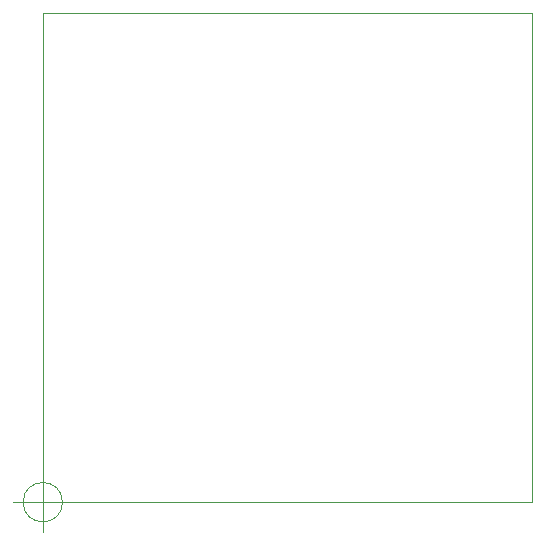
<source format=gbr>
G04 #@! TF.GenerationSoftware,KiCad,Pcbnew,5.1.4-1.fc30*
G04 #@! TF.CreationDate,2019-10-04T18:02:02+02:00*
G04 #@! TF.ProjectId,synchro2,73796e63-6872-46f3-922e-6b696361645f,rev?*
G04 #@! TF.SameCoordinates,Original*
G04 #@! TF.FileFunction,Profile,NP*
%FSLAX46Y46*%
G04 Gerber Fmt 4.6, Leading zero omitted, Abs format (unit mm)*
G04 Created by KiCad (PCBNEW 5.1.4-1.fc30) date 2019-10-04 18:02:02*
%MOMM*%
%LPD*%
G04 APERTURE LIST*
%ADD10C,0.050000*%
G04 APERTURE END LIST*
D10*
X200056666Y-137010000D02*
G75*
G03X200056666Y-137010000I-1666666J0D01*
G01*
X195890000Y-137010000D02*
X200890000Y-137010000D01*
X198390000Y-134510000D02*
X198390000Y-139510000D01*
X239810000Y-137010000D02*
X198390000Y-137010000D01*
X198390000Y-116300000D02*
X198390000Y-137010000D01*
X239810000Y-116300000D02*
X239810000Y-137010000D01*
X198390000Y-95590000D02*
X239810000Y-95590000D01*
X198390000Y-116300000D02*
X198390000Y-95590000D01*
X239810000Y-116300000D02*
X239810000Y-95590000D01*
M02*

</source>
